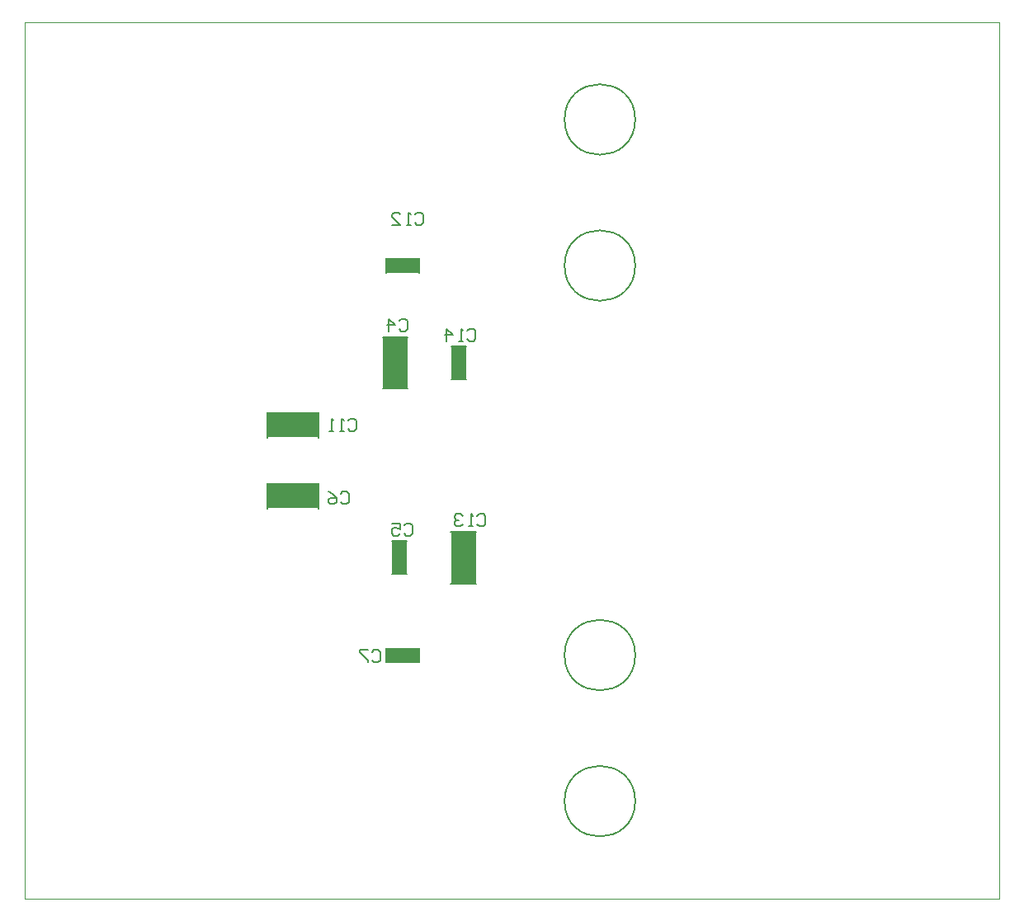
<source format=gbo>
G04 Layer_Color=32896*
%FSLAX25Y25*%
%MOIN*%
G70*
G01*
G75*
%ADD21C,0.00394*%
%ADD37C,0.00787*%
%ADD44C,0.00800*%
%ADD66R,0.13386X0.05905*%
%ADD67R,0.10236X0.20866*%
%ADD68R,0.20866X0.10236*%
%ADD69R,0.05905X0.13386*%
D21*
X0Y-177165D02*
X393701D01*
X0D02*
Y177165D01*
X393701Y-177165D02*
Y177165D01*
X0D02*
X393701D01*
D37*
X246555Y-78740D02*
G03*
X246555Y-78740I-14272J0D01*
G01*
Y-137795D02*
G03*
X246555Y-137795I-14272J0D01*
G01*
Y137795D02*
G03*
X246555Y137795I-14272J0D01*
G01*
Y78740D02*
G03*
X246555Y78740I-14272J0D01*
G01*
X118701Y-19488D02*
Y-9252D01*
X97835Y-19488D02*
Y-9252D01*
Y9252D02*
Y19488D01*
X118701Y9252D02*
Y19488D01*
X172441Y46063D02*
X178347D01*
X172441Y32677D02*
X178347D01*
X144488Y28937D02*
X154724D01*
X144488Y49803D02*
X154724D01*
X159252Y75787D02*
Y81693D01*
X145866Y75787D02*
Y81693D01*
X172047Y-28937D02*
X182283D01*
X172047Y-49803D02*
X182283D01*
X148425Y-46063D02*
X154331D01*
X148425Y-32677D02*
X154331D01*
X145866Y-81693D02*
Y-75787D01*
X159252Y-81693D02*
Y-75787D01*
D44*
X151195Y56331D02*
X152028Y57164D01*
X153694D01*
X154528Y56331D01*
Y52998D01*
X153694Y52165D01*
X152028D01*
X151195Y52998D01*
X147030Y52165D02*
Y57164D01*
X149529Y54664D01*
X146197D01*
X153164Y-26346D02*
X153997Y-25513D01*
X155663D01*
X156496Y-26346D01*
Y-29679D01*
X155663Y-30512D01*
X153997D01*
X153164Y-29679D01*
X148165Y-25513D02*
X151498D01*
Y-28013D01*
X149831Y-27180D01*
X148998D01*
X148165Y-28013D01*
Y-29679D01*
X148998Y-30512D01*
X150665D01*
X151498Y-29679D01*
X127573Y-13551D02*
X128406Y-12718D01*
X130072D01*
X130905Y-13551D01*
Y-16883D01*
X130072Y-17717D01*
X128406D01*
X127573Y-16883D01*
X122575Y-12718D02*
X124241Y-13551D01*
X125907Y-15217D01*
Y-16883D01*
X125074Y-17717D01*
X123408D01*
X122575Y-16883D01*
Y-16050D01*
X123408Y-15217D01*
X125907D01*
X140172Y-77528D02*
X141005Y-76695D01*
X142671D01*
X143504Y-77528D01*
Y-80860D01*
X142671Y-81693D01*
X141005D01*
X140172Y-80860D01*
X138506Y-76695D02*
X135173D01*
Y-77528D01*
X138506Y-80860D01*
Y-81693D01*
X130526Y15976D02*
X131359Y16809D01*
X133025D01*
X133858Y15976D01*
Y12644D01*
X133025Y11811D01*
X131359D01*
X130526Y12644D01*
X128860Y11811D02*
X127194D01*
X128027D01*
Y16809D01*
X128860Y15976D01*
X124695Y11811D02*
X123028D01*
X123862D01*
Y16809D01*
X124695Y15976D01*
X157580Y99387D02*
X158413Y100220D01*
X160079D01*
X160912Y99387D01*
Y96054D01*
X160079Y95221D01*
X158413D01*
X157580Y96054D01*
X155913Y95221D02*
X154247D01*
X155080D01*
Y100220D01*
X155913Y99387D01*
X148416Y95221D02*
X151748D01*
X148416Y98554D01*
Y99387D01*
X149249Y100220D01*
X150915D01*
X151748Y99387D01*
X182691Y-22410D02*
X183524Y-21576D01*
X185191D01*
X186024Y-22410D01*
Y-25742D01*
X185191Y-26575D01*
X183524D01*
X182691Y-25742D01*
X181025Y-26575D02*
X179359D01*
X180192D01*
Y-21576D01*
X181025Y-22410D01*
X176860D02*
X176027Y-21576D01*
X174361D01*
X173528Y-22410D01*
Y-23243D01*
X174361Y-24076D01*
X175194D01*
X174361D01*
X173528Y-24909D01*
Y-25742D01*
X174361Y-26575D01*
X176027D01*
X176860Y-25742D01*
X178754Y52394D02*
X179587Y53227D01*
X181254D01*
X182087Y52394D01*
Y49061D01*
X181254Y48228D01*
X179587D01*
X178754Y49061D01*
X177088Y48228D02*
X175422D01*
X176255D01*
Y53227D01*
X177088Y52394D01*
X170424Y48228D02*
Y53227D01*
X172923Y50727D01*
X169591D01*
D66*
X152559Y-78740D02*
D03*
Y78740D02*
D03*
D67*
X177165Y-39370D02*
D03*
X149606Y39370D02*
D03*
D68*
X108268Y14370D02*
D03*
Y-14370D02*
D03*
D69*
X151378Y-39370D02*
D03*
X175394Y39370D02*
D03*
M02*

</source>
